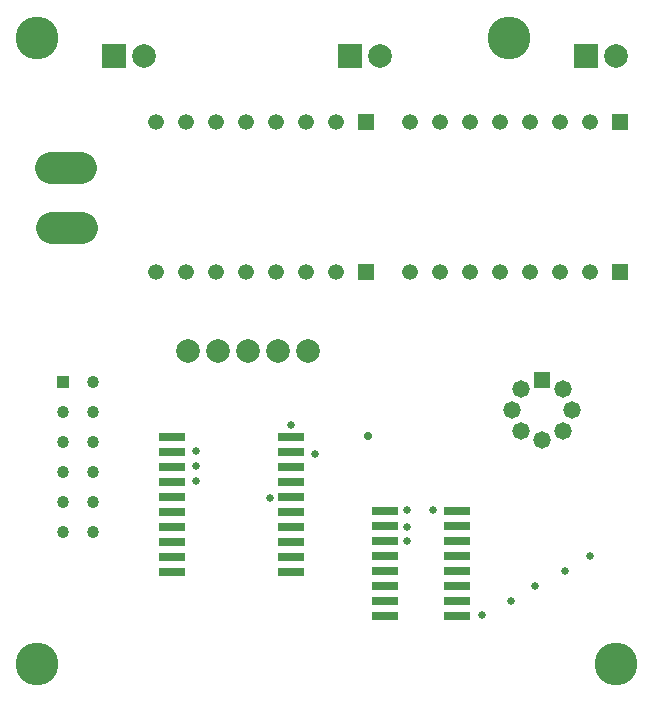
<source format=gts>
G75*
%MOIN*%
%OFA0B0*%
%FSLAX25Y25*%
%IPPOS*%
%LPD*%
%AMOC8*
5,1,8,0,0,1.08239X$1,22.5*
%
%ADD10C,0.14280*%
%ADD11C,0.05224*%
%ADD12R,0.05224X0.05224*%
%ADD13R,0.08500X0.03100*%
%ADD14C,0.07900*%
%ADD15C,0.10539*%
%ADD16R,0.07900X0.07900*%
%ADD17C,0.05815*%
%ADD18R,0.05815X0.05815*%
%ADD19R,0.04043X0.04043*%
%ADD20C,0.04043*%
%ADD21C,0.02681*%
%ADD22C,0.02878*%
D10*
X0015080Y0015080D03*
X0207993Y0015080D03*
X0172560Y0223741D03*
X0015080Y0223741D03*
D11*
X0054883Y0195591D03*
X0064883Y0195591D03*
X0074883Y0195591D03*
X0084883Y0195591D03*
X0094883Y0195591D03*
X0104883Y0195591D03*
X0114883Y0195591D03*
X0139528Y0195591D03*
X0149528Y0195591D03*
X0159528Y0195591D03*
X0169528Y0195591D03*
X0179528Y0195591D03*
X0189528Y0195591D03*
X0199528Y0195591D03*
X0199528Y0145591D03*
X0189528Y0145591D03*
X0179528Y0145591D03*
X0169528Y0145591D03*
X0159528Y0145591D03*
X0149528Y0145591D03*
X0139528Y0145591D03*
X0114883Y0145591D03*
X0104883Y0145591D03*
X0094883Y0145591D03*
X0084883Y0145591D03*
X0074883Y0145591D03*
X0064883Y0145591D03*
X0054883Y0145591D03*
D12*
X0124883Y0145591D03*
X0124883Y0195591D03*
X0209528Y0195591D03*
X0209528Y0145591D03*
D13*
X0155132Y0066044D03*
X0155132Y0061044D03*
X0155132Y0056044D03*
X0155132Y0051044D03*
X0155132Y0046044D03*
X0155132Y0041044D03*
X0155132Y0036044D03*
X0155132Y0031044D03*
X0130932Y0031044D03*
X0130932Y0036044D03*
X0130932Y0041044D03*
X0130932Y0046044D03*
X0130932Y0051044D03*
X0130932Y0056044D03*
X0130932Y0061044D03*
X0130932Y0066044D03*
X0099840Y0065729D03*
X0099840Y0060729D03*
X0099840Y0055729D03*
X0099840Y0050729D03*
X0099840Y0045729D03*
X0099840Y0070729D03*
X0099840Y0075729D03*
X0099840Y0080729D03*
X0099840Y0085729D03*
X0099840Y0090729D03*
X0060240Y0090729D03*
X0060240Y0085729D03*
X0060240Y0080729D03*
X0060240Y0075729D03*
X0060240Y0070729D03*
X0060240Y0065729D03*
X0060240Y0060729D03*
X0060240Y0055729D03*
X0060240Y0050729D03*
X0060240Y0045729D03*
D14*
X0065473Y0119410D03*
X0075473Y0119410D03*
X0085473Y0119410D03*
X0095473Y0119410D03*
X0105473Y0119410D03*
X0129410Y0217835D03*
X0050670Y0217835D03*
X0208150Y0217835D03*
D15*
X0029863Y0180316D02*
X0019824Y0180316D01*
X0020060Y0160316D02*
X0030099Y0160316D01*
D16*
X0040670Y0217835D03*
X0119410Y0217835D03*
X0198150Y0217835D03*
D17*
X0190473Y0106812D03*
X0193387Y0099725D03*
X0190473Y0092639D03*
X0183387Y0089725D03*
X0176300Y0092639D03*
X0173387Y0099725D03*
X0176300Y0106812D03*
D18*
X0183387Y0109725D03*
D19*
X0023859Y0108977D03*
D20*
X0023859Y0098977D03*
X0023859Y0088977D03*
X0023859Y0078977D03*
X0023859Y0068977D03*
X0023859Y0058977D03*
X0033859Y0058977D03*
X0033859Y0068977D03*
X0033859Y0078977D03*
X0033859Y0088977D03*
X0033859Y0098977D03*
X0033859Y0108977D03*
D21*
X0068229Y0085946D03*
X0068229Y0081024D03*
X0068229Y0076103D03*
X0092835Y0070198D03*
X0107796Y0084961D03*
X0099725Y0094804D03*
X0138308Y0066497D03*
X0138308Y0060828D03*
X0138308Y0056103D03*
X0146969Y0066261D03*
X0172954Y0036143D03*
X0181024Y0041064D03*
X0191064Y0045985D03*
X0199528Y0051103D03*
X0163505Y0031221D03*
D22*
X0125316Y0090867D03*
M02*

</source>
